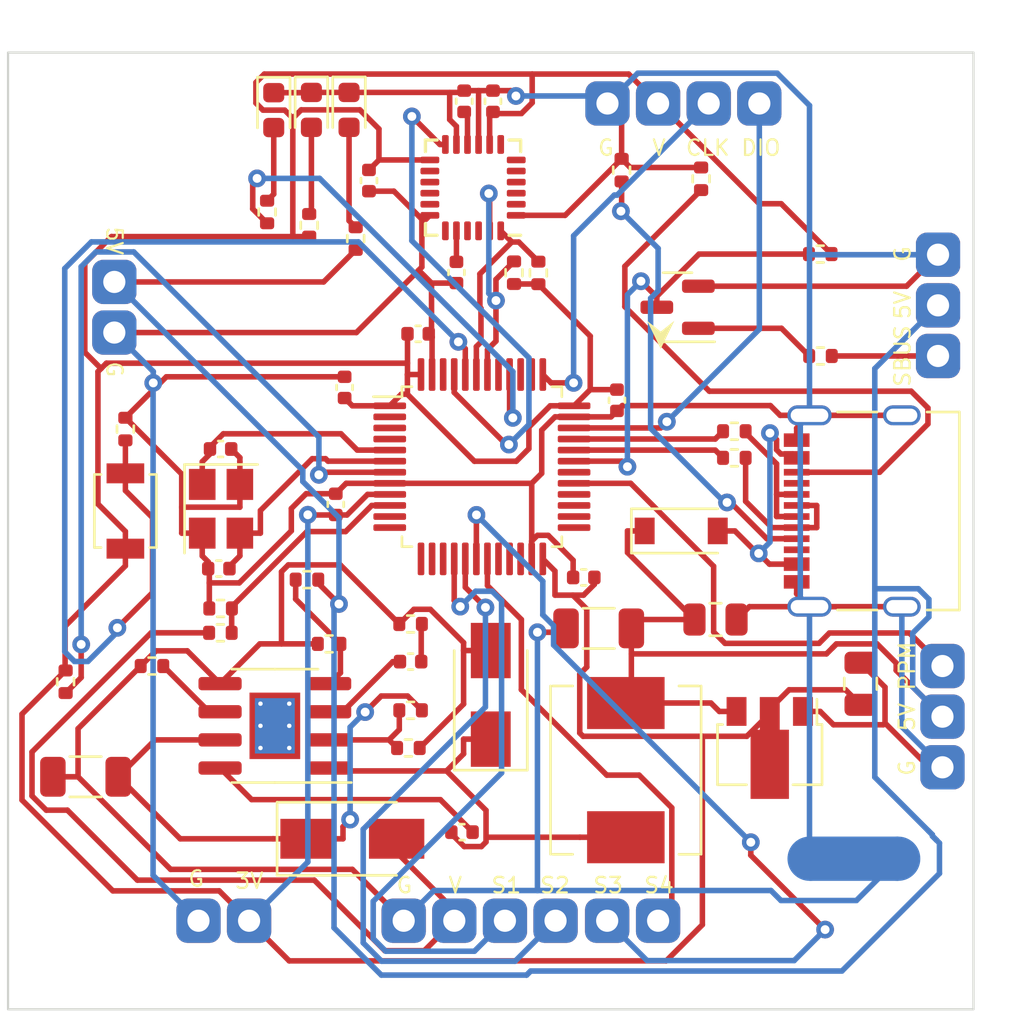
<source format=kicad_pcb>
(kicad_pcb (version 20241229) (generator "pcbnew") (generator_version "9.0")
  (layers (0 "F.Cu" signal) (2 "B.Cu" signal) (13 "F.Paste" user) (15 "B.Paste" user) (5 "F.SilkS" user "F.Silkscreen") (7 "B.SilkS" user "B.Silkscreen") (1 "F.Mask" user) (3 "B.Mask" user) (25 "Edge.Cuts" user))
  (net 0 "")
  (net 1 "+3V3")
  (net 2 "GND")
  (net 3 "/HSE_IN")
  (net 4 "/HSE_OUT")
  (net 5 "/REGOUT")
  (net 6 "/CPOUT")
  (net 7 "/VIN")
  (net 8 "GNDPWR")
  (net 9 "Net-(C13-Pad1)")
  (net 10 "/COMP")
  (net 11 "/BST")
  (net 12 "/SW")
  (net 13 "+5V")
  (net 14 "/VBAT")
  (net 15 "Net-(D3-A)")
  (net 16 "Net-(D4-A)")
  (net 17 "Net-(D5-A)")
  (net 18 "/SBUS")
  (net 19 "/D-")
  (net 20 "/D+")
  (net 22 "Net-(J2-CC1)")
  (net 23 "Net-(J2-CC2)")
  (net 25 "VBUS")
  (net 26 "/PPM")
  (net 27 "/TIM3_S1")
  (net 28 "/TIM3_S2")
  (net 29 "/TIM3_S3")
  (net 30 "/TIM3_S4")
  (net 31 "Net-(Q1-B)")
  (net 32 "/UART1_RX")
  (net 33 "/BOOT")
  (net 34 "/NRST")
  (net 35 "/IMU_SDA")
  (net 36 "/IMU_SCL")
  (net 37 "/USB_DN")
  (net 38 "/USB_DP")
  (net 39 "/EN")
  (net 40 "/FREQ")
  (net 41 "/FB")
  (net 42 "/LED_STATUS")
  (net 43 "/VoltageMeter")
  (net 59 "/UART1_TX")
  (net 60 "/SWCLK")
  (net 61 "/SWDIO")
  (net 65 "/IMU_INT")
  (footprint "myCustomLibs:pad_01x04" (layer "F.Cu") (at 143.271 78.8 -90)
    (property "Reference" "J7")
    (property "Value" "Conn_01x04")
  )
  (footprint "Button_Switch_SMD:SW_SPST_B3U-1000P" (layer "F.Cu") (at 121.5 97.2 -90)
    (property "Reference" "SW1")
    (property "Value" "SW_Push")
  )
  (footprint "myCustomLibs:pad_01x03" (layer "F.Cu") (at 158.4 107.883)
    (property "Reference" "J3")
    (property "Value" "PPM")
  )
  (footprint "Capacitor_SMD:C_0402_1005Metric" (layer "F.Cu") (at 142.2 100.2 180)
    (property "Reference" "C3")
    (property "Value" "100nF")
  )
  (footprint "myCustomLibs:pad_01x06" (layer "F.Cu") (at 137.458 115.7 -90)
    (property "Reference" "J4")
    (property "Value" "OUT")
  )
  (footprint "LED_SMD:LED_0603_1608Metric" (layer "F.Cu") (at 128.2 79.1 -90)
    (property "Reference" "D3")
    (property "Value" "LEDR")
  )
  (footprint "Capacitor_SMD:C_0402_1005Metric" (layer "F.Cu") (at 143.7 92.2 -90)
    (property "Reference" "C4")
    (property "Value" "100nF")
  )
  (footprint "Resistor_SMD:R_0402_1005Metric" (layer "F.Cu") (at 129.8 84.3 -90)
    (property "Reference" "R16")
    (property "Value" "330R")
  )
  (footprint "Connector_USB:USB_C_Receptacle_Palconn_UTC16-G" (layer "F.Cu") (at 154.325 97.2 90)
    (property "Reference" "J2")
    (property "Value" "USB_C_Receptacle_USB2.0")
  )
  (footprint "SFA_LOGO:Arrow" (layer "F.Cu") (at 145.7 89.3 -90)
    (property "Reference" "G***" (hide yes))
    (property "Value" "LOGO" (hide yes))
  )
  (footprint "Capacitor_SMD:C_0805_2012Metric" (layer "F.Cu") (at 154.7 105 90)
    (property "Reference" "C17")
    (property "Value" "10uF")
  )
  (footprint "Package_TO_SOT_SMD:SOT-23" (layer "F.Cu") (at 146.4375 88 180)
    (property "Reference" "Q1")
    (property "Value" "1P")
  )
  (footprint "LED_SMD:LED_0603_1608Metric" (layer "F.Cu") (at 131.6 79.0875 -90)
    (property "Reference" "D5")
    (property "Value" "LEDR")
  )
  (footprint "Resistor_SMD:R_0402_1005Metric" (layer "F.Cu") (at 152.88 85.6 180)
    (property "Reference" "R6")
    (property "Value" "4k7")
  )
  (footprint "Resistor_SMD:R_0402_1005Metric" (layer "F.Cu") (at 130.7 103.2)
    (property "Reference" "R14")
    (property "Value" "39k")
  )
  (footprint "Resistor_SMD:R_0402_1005Metric" (layer "F.Cu") (at 134.38 106.2)
    (property "Reference" "R9")
    (property "Value" "100k")
  )
  (footprint "Resistor_SMD:R_0402_1005Metric" (layer "F.Cu") (at 134.28 107.9 180)
    (property "Reference" "R10")
    (property "Value" "24k")
  )
  (footprint "Resistor_SMD:R_0402_1005Metric" (layer "F.Cu") (at 118.8 104.91 90)
    (property "Reference" "R2")
    (property "Value" "10k")
  )
  (footprint "Capacitor_SMD:C_0402_1005Metric" (layer "F.Cu") (at 138.1 78.7 -90)
    (property "Reference" "C8")
    (property "Value" "10nF")
  )
  (footprint "Capacitor_SMD:C_0402_1005Metric" (layer "F.Cu") (at 136.45 86.43 -90)
    (property "Reference" "C11")
    (property "Value" "2.2nF")
  )
  (footprint "Capacitor_SMD:C_0402_1005Metric" (layer "F.Cu") (at 136.7 111.7 180)
    (property "Reference" "C14")
    (property "Value" "100nF")
  )
  (footprint "LED_SMD:LED_0603_1608Metric" (layer "F.Cu") (at 129.9 79.0875 -90)
    (property "Reference" "D4")
    (property "Value" "LEDB")
  )
  (footprint "Resistor_SMD:R_0402_1005Metric" (layer "F.Cu") (at 122.7 104.2)
    (property "Reference" "R11")
    (property "Value" "100k")
  )
  (footprint "Resistor_SMD:R_0402_1005Metric" (layer "F.Cu") (at 147.5 82.2 90)
    (property "Reference" "R21" (hide yes))
    (property "Value" "5.1k" (hide yes))
  )
  (footprint "Resistor_SMD:R_0402_1005Metric" (layer "F.Cu") (at 139.05 86.44 90)
    (property "Reference" "R4")
    (property "Value" "4k7")
  )
  (footprint "Resistor_SMD:R_0402_1005Metric" (layer "F.Cu") (at 125.8 101.6)
    (property "Reference" "R19")
    (property "Value" "12k")
  )
  (footprint "Resistor_SMD:R_0402_1005Metric" (layer "F.Cu") (at 125.79 102.7 180)
    (property "Reference" "R18")
    (property "Value" "100k")
  )
  (footprint "Capacitor_SMD:C_0402_1005Metric" (layer "F.Cu") (at 132.5 82.28 -90)
    (property "Reference" "C10")
    (property "Value" "100nF")
  )
  (footprint "Capacitor_SMD:C_1206_3216Metric" (layer "F.Cu") (at 119.7 109.2 180)
    (property "Reference" "C12")
    (property "Value" "10uF/50V")
  )
  (footprint "Capacitor_SMD:C_0402_1005Metric" (layer "F.Cu") (at 136.8 78.7 90)
    (property "Reference" "C9")
    (property "Value" "100nF")
  )
  (footprint "Resistor_SMD:R_0402_1005Metric" (layer "F.Cu") (at 152.89 90.2)
    (property "Reference" "R5")
    (property "Value" "4k7")
  )
  (footprint "Capacitor_SMD:C_0402_1005Metric" (layer "F.Cu") (at 125.72 99.8)
    (property "Reference" "C7")
    (property "Value" "20pF")
  )
  (footprint "Resistor_SMD:R_0402_1005Metric" (layer "F.Cu") (at 149 93.6 180)
    (property "Reference" "R8")
    (property "Value" "22R")
  )
  (footprint "myCustomLibs:pad_01x03" (layer "F.Cu") (at 158.2 86.517 180)
    (property "Reference" "J1")
    (property "Value" "SBUS")
  )
  (footprint "Diode_SMD:D_SOD-123" (layer "F.Cu") (at 146.6 98.1)
    (property "Reference" "D6")
    (property "Value" "S7")
  )
  (footprint "Crystal:Crystal_SMD_3225-4Pin_3.2x2.5mm" (layer "F.Cu") (at 125.82 97.1 -90)
    (property "Reference" "Y1")
    (property "Value" "8MHz")
  )
  (footprint "Capacitor_SMD:C_0402_1005Metric" (layer "F.Cu") (at 134.38 104 180)
    (property "Reference" "C13")
    (property "Value" "150pF")
  )
  (footprint "Resistor_SMD:R_0402_1005Metric" (layer "F.Cu") (at 149 94.8 180)
    (property "Reference" "R7")
    (property "Value" "22R")
  )
  (footprint "Package_TO_SOT_SMD:SOT-89-3" (layer "F.Cu") (at 150.6 107.9 -90)
    (property "Reference" "U4")
    (property "Value" "AZ1117-3.3")
  )
  (footprint "Capacitor_SMD:C_0805_2012Metric" (layer "F.Cu") (at 148.15 102.1)
    (property "Reference" "C16")
    (property "Value" "10uF")
  )
  (footprint "Resistor_SMD:R_0402_1005Metric" (layer "F.Cu") (at 140.15 86.45 90)
    (property "Reference" "R3")
    (property "Value" "4k7")
  )
  (footprint "Resistor_SMD:R_0402_1005Metric" (layer "F.Cu") (at 127.9 83.7 -90)
    (property "Reference" "R15")
    (property "Value" "150R")
  )
  (footprint "Capacitor_SMD:C_0402_1005Metric" (layer "F.Cu") (at 131.4 91.62 90)
    (property "Reference" "C5")
    (property "Value" "100nF")
  )
  (footprint "Resistor_SMD:R_0402_1005Metric" (layer "F.Cu") (at 131.9 84.9 -90)
    (property "Reference" "R17")
    (property "Value" "260R")
  )
  (footprint "Capacitor_SMD:C_0402_1005Metric" (layer "F.Cu") (at 125.8 94.4 180)
    (property "Reference" "C6")
    (property "Value" "20pF")
  )
  (footprint "Diode_SMD:D_SMA" (layer "F.Cu") (at 131.75 112)
    (property "Reference" "D1")
    (property "Value" "SS34")
  )
  (footprint "myCustomLibs:pad_01x02" (layer "F.Cu") (at 121 89.143)
    (property "Reference" "J5")
    (property "Value" "Conn_01x02")
  )
  (footprint "Capacitor_SMD:C_1206_3216Metric" (layer "F.Cu") (at 142.875 102.5 180)
    (property "Reference" "C15")
    (property "Value" "22uF/16V")
  )
  (footprint "Capacitor_SMD:C_0402_1005Metric" (layer "F.Cu") (at 134.72 89.2)
    (property "Reference" "C2")
    (property "Value" "100nF")
  )
  (footprint "Diode_SMD:D_SMA" (layer "F.Cu") (at 138 105.5 90)
    (property "Reference" "D2")
    (property "Value" "SS34")
  )
  (footprint "Package_SO:SOIC-8-1EP_3.9x4.9mm_P1.27mm_EP2.29x3mm_ThermalVias" (layer "F.Cu") (at 128.25 106.9 180)
    (property "Reference" "U3")
    (property "Value" "MP1584")
  )
  (footprint "Resistor_SMD:R_0402_1005Metric" (layer "F.Cu") (at 121.5 93.5 -90)
    (property "Reference" "R1")
    (property "Value" "10k")
  )
  (footprint "Package_QFP:LQFP-48_7x7mm_P0.5mm" (layer "F.Cu") (at 137.6 95.2)
    (property "Reference" "U1")
    (property "Value" "STM32F103C8Tx")
  )
  (footprint "Sensor_Motion:InvenSense_QFN-24_4x4mm_P0.5mm" (layer "F.Cu") (at 137.2 82.6 180)
    (property "Reference" "U2")
    (property "Value" "MPU-6050")
  )
  (footprint "Resistor_SMD:R_0402_1005Metric" (layer "F.Cu") (at 134.38 102.3)
    (property "Reference" "R12")
    (property "Value" "100k")
  )
  (footprint "Resistor_SMD:R_0402_1005Metric" (layer "F.Cu") (at 129.7 100.3)
    (property "Reference" "R13")
    (property "Value" "200k")
  )
  (footprint "Resistor_SMD:R_0402_1005Metric" (layer "F.Cu") (at 143.91 81.81 90)
    (property "Reference" "R20" (hide yes))
    (property "Value" "5.1k" (hide yes))
  )
  (footprint "myCustomLibs:pad_01x02" (layer "F.Cu") (at 124.8 115.7 -90)
    (property "Reference" "J6")
    (property "Value" "Conn_01x02")
  )
  (footprint "Inductor_SMD:L_Neosid_SM-PIC0602H" (layer "F.Cu") (at 144.1 108.9 90)
    (property "Reference" "L1")
    (property "Value" "15uH/3A")
  )
  (footprint "Capacitor_SMD:C_0402_1005Metric" (layer "F.Cu") (at 131 96.9 90)
    (property "Reference" "C1")
    (property "Value" "100nF")
  )
  (footprint "NetTie:NetTie-2_SMD_Pad2.0mm" (layer "B.Cu") (at 154.4 112.9 180)
    (property "Reference" "NT1")
    (property "Value" "NetTie_2")
  )
  (gr_rect (start 116.2 76.5) (end 159.8 119.7) (stroke (width 0.1)) (fill no) (layer "Edge.Cuts"))
  (gr_text "PPM" (at 156.8 104.2 90) (layer "F.SilkS") (effects (font (size 0.7 0.7) (thickness 0.1))))
  (gr_text "G" (at 134.1 114.1 0) (layer "F.SilkS") (effects (font (size 0.7 0.7) (thickness 0.1))))
  (gr_text "G" (at 121 90.8 270) (layer "F.SilkS") (effects (font (size 0.7 0.7) (thickness 0.1))))
  (gr_text "S4\n" (at 145.6 114.1 0) (layer "F.SilkS") (effects (font (size 0.7 0.7) (thickness 0.1))))
  (gr_text "G" (at 143.2 80.8 0) (layer "F.SilkS") (effects (font (size 0.7 0.7) (thickness 0.1))))
  (gr_text "V" (at 145.6 80.8 0) (layer "F.SilkS") (effects (font (size 0.7 0.7) (thickness 0.1))))
  (gr_text "5V" (at 156.6 87.9 90) (layer "F.SilkS") (effects (font (size 0.7 0.7) (thickness 0.1))))
  (gr_text "DIO" (at 150.2 80.8 0) (layer "F.SilkS") (effects (font (size 0.7 0.7) (thickness 0.1))))
  (gr_text "G" (at 156.8 108.8 90) (layer "F.SilkS") (effects (font (size 0.7 0.7) (thickness 0.1))))
  (gr_text "S3\n" (at 143.3 114.1 0) (layer "F.SilkS") (effects (font (size 0.7 0.7) (thickness 0.1))))
  (gr_text "V" (at 136.4 114.1 0) (layer "F.SilkS") (effects (font (size 0.7 0.7) (thickness 0.1))))
  (gr_text "S2" (at 140.9 114.1 0) (layer "F.SilkS") (effects (font (size 0.7 0.7) (thickness 0.1))))
  (gr_text "CLK" (at 147.8 80.8 0) (layer "F.SilkS") (effects (font (size 0.7 0.7) (thickness 0.1))))
  (gr_text "S1" (at 138.7 114.1 0) (layer "F.SilkS") (effects (font (size 0.7 0.7) (thickness 0.1))))
  (gr_text "5V" (at 156.8 106.5 90) (layer "F.SilkS") (effects (font (size 0.7 0.7) (thickness 0.1))))
  (gr_text "SBUS" (at 156.6 90.2 90) (layer "F.SilkS") (effects (font (size 0.7 0.7) (thickness 0.1))))
  (gr_text "G" (at 156.6 85.6 90) (layer "F.SilkS") (effects (font (size 0.7 0.7) (thickness 0.1))))
  (gr_text "5V" (at 121 85 270) (layer "F.SilkS") (effects (font (size 0.7 0.7) (thickness 0.1))))
  (gr_text "3V" (at 127.1 113.9 0) (layer "F.SilkS") (effects (font (size 0.7 0.7) (thickness 0.1))))
  (gr_text "G" (at 124.7 113.8 0) (layer "F.SilkS") (effects (font (size 0.7 0.7) (thickness 0.1))))
  (segment (start 131.5083 97.38) (end 132.4383 96.45) (width 0.25) (layer "F.Cu") (net 1))
  (segment (start 139.8708 77.471) (end 127.7753 77.471) (width 0.25) (layer "F.Cu") (net 1))
  (segment (start 121.5 98.9) (end 121.5 99.6767) (width 0.25) (layer "F.Cu") (net 1))
  (segment (start 141.7625 92.45) (end 142.4925 91.72) (width 0.25) (layer "F.Cu") (net 1))
  (segment (start 128.6942 79.1) (end 129.0603 79.4661) (width 0.25) (layer "F.Cu") (net 1))
  (segment (start 138.1 79.18) (end 138.1 79.255) (width 0.25) (layer "F.Cu") (net 1))
  (segment (start 140.9 101) (end 141.7065 101) (width 0.25) (layer "F.Cu") (net 1))
  (segment (start 129.4389 79.0875) (end 132.0892 79.0875) (width 0.25) (layer "F.Cu") (net 1))
  (segment (start 134.2355 91.9274) (end 134.2355 91.042) (width 0.25) (layer "F.Cu") (net 1))
  (segment (start 139.1528 94.9533) (end 139.7224 94.3837) (width 0.25) (layer "F.Cu") (net 1))
  (segment (start 137.2614 94.9533) (end 139.1528 94.9533) (width 0.25) (layer "F.Cu") (net 1))
  (segment (start 150.1236 83.3259) (end 145.5977 78.8) (width 0.25) (layer "F.Cu") (net 1))
  (segment (start 145.557 78.8) (end 144.228 77.471) (width 0.25) (layer "F.Cu") (net 1))
  (segment (start 142.0192 107.2239) (end 142.167 107.3717) (width 0.25) (layer "F.Cu") (net 1))
  (segment (start 144.228 77.471) (end 139.8708 77.471) (width 0.25) (layer "F.Cu") (net 1))
  (segment (start 127.086 115.7) (end 128.8973 117.5113) (width 0.25) (layer "F.Cu") (net 1))
  (segment (start 134.24 91.0375) (end 134.24 90.5261) (width 0.25) (layer "F.Cu") (net 1))
  (segment (start 151.4703 105.2733) (end 150.6 106.1436) (width 0.25) (layer "F.Cu") (net 1))
  (segment (start 142.4925 89.3025) (end 140.15 86.96) (width 0.25) (layer "F.Cu") (net 1))
  (segment (start 116.8312 106.3688) (end 116.8312 110.2507) (width 0.25) (layer "F.Cu") (net 1))
  (segment (start 131.4 92.1) (end 131.75 92.45) (width 0.25) (layer "F.Cu") (net 1))
  (segment (start 127.7753 77.471) (end 127.3937 77.8526) (width 0.25) (layer "F.Cu") (net 1))
  (segment (start 132.0892 79.0875) (end 132.95 79.9483) (width 0.25) (layer "F.Cu") (net 1))
  (segment (start 129.0603 84.81) (end 129.0603 79.4661) (width 0.25) (layer "F.Cu") (net 1))
  (segment (start 140.6847 92.45) (end 141.7625 92.45) (width 0.25) (layer "F.Cu") (net 1))
  (segment (start 131.75 92.45) (end 133.4375 92.45) (width 0.25) (layer "F.Cu") (net 1))
  (segment (start 142.167 107.3717) (end 147.5569 107.3717) (width 0.25) (layer "F.Cu") (net 1))
  (segment (start 131 97.38) (end 131.5083 97.38) (width 0.25) (layer "F.Cu") (net 1))
  (segment (start 139.8708 78.7678) (end 139.8708 77.471) (width 0.25) (layer "F.Cu") (net 1))
  (segment (start 140.35 99.3625) (end 140.9 99.9125) (width 0.25) (layer "F.Cu") (net 1))
  (segment (start 129.0603 84.81) (end 120.8709 84.81) (width 0.25) (layer "F.Cu") (net 1))
  (segment (start 132.95 79.9483) (end 132.95 81.35) (width 0.25) (layer "F.Cu") (net 1))
  (segment (start 134.24 90.5261) (end 120.6414 90.5261) (width 0.25) (layer "F.Cu") (net 1))
  (segment (start 154.7 105.95) (end 154.0233 105.2733) (width 0.25) (layer "F.Cu") (net 1))
  (segment (start 132.4383 96.45) (end 133.4375 96.45) (width 0.25) (layer "F.Cu") (net 1))
  (segment (start 134.2355 91.042) (end 134.24 91.0375) (width 0.25) (layer "F.Cu") (net 1))
  (segment (start 127.3937 77.8526) (end 127.3937 78.7801) (width 0.25) (layer "F.Cu") (net 1))
  (segment (start 139.3836 79.255) (end 139.8708 78.7678) (width 0.25) (layer "F.Cu") (net 1))
  (segment (start 127.3937 78.7801) (end 127.7136 79.1) (width 0.25) (layer "F.Cu") (net 1))
  (segment (start 140.14 86.95) (end 140.15 86.96) (width 0.25) (layer "F.Cu") (net 1))
  (segment (start 135.25 81.35) (end 132.95 81.35) (width 0.25) (layer "F.Cu") (net 1))
  (segment (start 129.0603 79.4661) (end 129.4389 79.0875) (width 0.25) (layer "F.Cu") (net 1))
  (segment (start 142.189999 101) (end 141.7065 101) (width 0.25) (layer "F.Cu") (net 1))
  (segment (start 128.8973 117.5113) (end 145.9264 117.5113) (width 0.25) (layer "F.Cu") (net 1))
  (segment (start 138.1 79.255) (end 139.3836 79.255) (width 0.25) (layer "F.Cu") (net 1))
  (segment (start 142.4925 91.72) (end 142.4925 89.3025) (width 0.25) (layer "F.Cu") (net 1))
  (segment (start 150.6 106.1436) (end 150.6 106.3375) (width 0.25) (layer "F.Cu") (net 1))
  (segment (start 139.7224 93.4123) (end 140.6847 92.45) (width 0.25) (layer "F.Cu") (net 1))
  (segment (start 127.7136 79.1) (end 128.6942 79.1) (width 0.25) (layer "F.Cu") (net 1))
  (segment (start 131 97.38) (end 129.7493 97.38) (width 0.25) (layer "F.Cu") (net 1))
  (segment (start 151.1159 83.3259) (end 150.1236 83.3259) (width 0.25) (layer "F.Cu") (net 1))
  (segment (start 134.24 90.5261) (end 134.24 89.2) (width 0.25) (layer "F.Cu") (net 1))
  (segment (start 132.95 81.35) (end 132.5 81.8) (width 0.25) (layer "F.Cu") (net 1))
  (segment (start 147.5569 115.8808) (end 147.5569 107.3717) (width 0.25) (layer "F.Cu") (net 1))
  (segment (start 120.4003 90.7672) (end 120.2601 90.9074) (width 0.25) (layer "F.Cu") (net 1))
  (segment (start 134.2355 91.9274) (end 137.2614 94.9533) (width 0.25) (layer "F.Cu") (net 1))
  (segment (start 141.7065 101) (end 142.3358 101.6293) (width 0.25) (layer "F.Cu") (net 1))
  (segment (start 142.0192 104.5637) (end 142.0192 107.2239) (width 0.25) (layer "F.Cu") (net 1))
  (segment (start 140.9 99.9125) (end 140.9 101) (width 0.25) (layer "F.Cu") (net 1))
  (segment (start 118.7768 104.3768) (end 118.8 104.4) (width 0.25) (layer "F.Cu") (net 1))
  (segment (start 120.8709 84.81) (end 119.666 86.0149) (width 0.25) (layer "F.Cu") (net 1))
  (segment (start 142.68 100.2) (end 142.68 100.509999) (width 0.25) (layer "F.Cu") (net 1))
  (segment (start 125.7372 114.3512) (end 127.086 115.7) (width 0.25) (layer "F.Cu") (net 1))
  (segment (start 142.4925 91.72) (end 143.7 91.72) (width 0.25) (layer "F.Cu") (net 1))
  (segment (start 118.7768 102.3999) (end 118.7768 104.3768) (width 0.25) (layer "F.Cu") (net 1))
  (segment (start 137.95 79.405) (end 137.95 80.65) (width 0.25) (layer "F.Cu") (net 1))
  (segment (start 134.24 91.0375) (end 134.85 91.0375) (width 0.25) (layer "F.Cu") (net 1))
  (segment (start 139.05 86.95) (end 140.14 86.95) (width 0.25) (layer "F.Cu") (net 1))
  (segment (start 129.7493 97.38) (end 129.7392 97.3699) (width 0.25) (layer "F.Cu") (net 1))
  (segment (start 142.3358 101.6293) (end 142.3358 104.2471) (width 0.25) (layer "F.Cu") (net 1))
  (segment (start 139.7224 94.3837) (end 139.7224 93.4123) (width 0.25) (layer "F.Cu") (net 1))
  (segment (start 119.666 90.0329) (end 120.4003 90.7672) (width 0.25) (layer "F.Cu") (net 1))
  (segment (start 142.3358 104.2471) (end 142.0192 104.5637) (width 0.25) (layer "F.Cu") (net 1))
  (segment (start 129.8 84.81) (end 129.0603 84.81) (width 0.25) (layer "F.Cu") (net 1))
  (segment (start 120.9317 114.3512) (end 125.7372 114.3512) (width 0.25) (layer "F.Cu") (net 1))
  (segment (start 116.8312 110.2507) (end 120.9317 114.3512) (width 0.25) (layer "F.Cu") (net 1))
  (segment (start 119.666 86.0149) (end 119.666 90.0329) (width 0.25) (layer "F.Cu") (net 1))
  (segment (start 133.4375 92.45) (end 133.9601 91.9274) (width 0.25) (layer "F.Cu") (net 1))
  (segment (start 153.39 85.6) (end 151.1159 83.3259) (width 0.25) (layer "F.Cu") (net 1))
  (segment (start 133.9601 91.9274) (end 134.2355 91.9274) (width 0.25) (layer "F.Cu") (net 1))
  (segment (start 145.5977 78.8) (end 145.557 78.8) (width 0.25) (layer "F.Cu") (net 1))
  (segment (start 147.5569 107.3717) (end 149.5658 107.3717) (width 0.25) (layer "F.Cu") (net 1))
  (segment (start 138.1 79.255) (end 137.95 79.405) (width 0.25) (layer "F.Cu") (net 1))
  (segment (start 145.9264 117.5113) (end 147.5569 115.8808) (width 0.25) (layer "F.Cu") (net 1))
  (segment (start 118.8 104.4) (end 116.8312 106.3688) (width 0.25) (layer "F.Cu") (net 1))
  (segment (start 121.5 98.9) (end 121.5 98.1233) (width 0.25) (layer "F.Cu") (net 1))
  (segment (start 154.0233 105.2733) (end 151.4703 105.2733) (width 0.25) (layer "F.Cu") (net 1))
  (segment (start 149.5658 107.3717) (end 150.6 106.3375) (width 0.25) (layer "F.Cu") (net 1))
  (segment (start 120.2601 90.9074) (end 120.2601 96.8834) (width 0.25) (layer "F.Cu") (net 1))
  (segment (start 120.6414 90.5261) (end 120.4003 90.7672) (width 0.25) (layer "F.Cu") (net 1))
  (segment (start 120.2601 96.8834) (end 121.5 98.1233) (width 0.25) (layer "F.Cu") (net 1))
  (segment (start 142.68 100.509999) (end 142.189999 101) (width 0.25) (layer "F.Cu") (net 1))
  (segment (start 121.5 99.6767) (end 118.7768 102.3999) (width 0.25) (layer "F.Cu") (net 1))
  (via (at 129.7392 97.3699) (size 0.8) (drill 0.4) (layers "F.Cu" "B.Cu") (net 1))
  (segment (start 129.7392 113.0468) (end 129.7392 97.3699) (width 0.25) (layer "B.Cu") (net 1))
  (segment (start 127.086 115.7) (end 129.7392 113.0468) (width 0.25) (layer "B.Cu") (net 1))
  (segment (start 143.271 78.8) (end 143.91 79.439) (width 0.25) (layer "F.Cu") (net 2))
  (segment (start 140.593178 98.299) (end 140.106822 98.299) (width 0.25) (layer "F.Cu") (net 2))
  (segment (start 140.3017 93.5488) (end 140.9005 92.95) (width 0.25) (layer "F.Cu") (net 2))
  (segment (start 131 96.42) (end 131.47 95.95) (width 0.25) (layer "F.Cu") (net 2))
  (segment (start 129.8875 78.3125) (end 128.2 78.3125) (width 0.25) (layer "F.Cu") (net 2))
  (segment (start 154.7 104.05) (end 155.8055 105.1555) (width 0.25) (layer "F.Cu") (net 2))
  (segment (start 131.6 78.3) (end 136.1449 78.3) (width 0.25) (layer "F.Cu") (net 2))
  (segment (start 136.45 80.65) (end 136.45 79.8329) (width 0.25) (layer "F.Cu") (net 2))
  (segment (start 125.29 101.6) (end 125.29 100.4456) (width 0.25) (layer "F.Cu") (net 2))
  (segment (start 137.45 78.22) (end 138.1 78.22) (width 0.25) (layer "F.Cu") (net 2))
  (segment (start 137.45 80.65) (end 137.45 78.22) (width 0.25) (layer "F.Cu") (net 2))
  (segment (start 125.29 99.85) (end 125.24 99.8) (width 0.25) (layer "F.Cu") (net 2))
  (segment (start 153.4781 106.8514) (end 152.8767 106.25) (width 0.25) (layer "F.Cu") (net 2))
  (segment (start 141.7625 92.95) (end 143.43 92.95) (width 0.25) (layer "F.Cu") (net 2))
  (segment (start 143.9385 92.4415) (end 143.7 92.68) (width 0.25) (layer "F.Cu") (net 2))
  (segment (start 126.67 95.4866) (end 126.67 96) (width 0.25) (layer "F.Cu") (net 2))
  (segment (start 126.67 97.0267) (end 124.0433 97.0267) (width 0.25) (layer "F.Cu") (net 2))
  (segment (start 136.45 86.91) (end 135.3255 86.91) (width 0.25) (layer "F.Cu") (net 2))
  (segment (start 149.1 102.1) (end 149.68 101.52) (width 0.25) (layer "F.Cu") (net 2))
  (segment (start 125.24 99.4967) (end 124.97 99.2267) (width 0.25) (layer "F.Cu") (net 2))
  (segment (start 135.35 89.35) (end 135.35 91.0375) (width 0.25) (layer "F.Cu") (net 2))
  (segment (start 139.85 99.3625) (end 139.85 95.95) (width 0.25) (layer "F.Cu") (net 2))
  (segment (start 140.3017 95.4983) (end 140.3017 93.5488) (width 0.25) (layer "F.Cu") (net 2))
  (segment (start 131 96.42) (end 129.6615 96.42) (width 0.25) (layer "F.Cu") (net 2))
  (segment (start 124.97 98.2) (end 124.0433 98.2) (width 0.25) (layer "F.Cu") (net 2))
  (segment (start 124.0433 95.5333) (end 121.5 92.99) (width 0.25) (layer "F.Cu") (net 2))
  (segment (start 136.45 79.8329) (end 136.1449 79.5278) (width 0.25) (layer "F.Cu") (net 2))
  (segment (start 122.9161 91.5739) (end 123.35 91.14) (width 0.25) (layer "F.Cu") (net 2))
  (segment (start 136.1449 78.3) (end 136.72 78.3) (width 0.25) (layer "F.Cu") (net 2))
  (segment (start 136.72 78.3) (end 136.8 78.22) (width 0.25) (layer "F.Cu") (net 2))
  (segment (start 122.7585 91.4163) (end 122.9161 91.5739) (width 0.25) (layer "F.Cu") (net 2))
  (segment (start 141.72 99.425822) (end 140.593178 98.299) (width 0.25) (layer "F.Cu") (net 2))
  (segment (start 156.565 92.88) (end 152.395 92.88) (width 0.25) (layer "F.Cu") (net 2))
  (segment (start 151.0683 92.88) (end 150.6298 92.4415) (width 0.25) (layer "F.Cu") (net 2))
  (segment (start 143.91 81.3) (end 141.36 83.85) (width 0.25) (layer "F.Cu") (net 2))
  (segment (start 129.9 78.3) (end 131.6 78.3) (width 0.25) (layer "F.Cu") (net 2))
  (segment (start 139.85 98.555822) (end 139.85 99.3625) (width 0.25) (layer "F.Cu") (net 2))
  (segment (start 144.3 81.69) (end 147.5 81.69) (width 0.25) (layer "F.Cu") (net 2))
  (segment (start 131.47 95.95) (end 133.4375 95.95) (width 0.25) (layer "F.Cu") (net 2))
  (segment (start 156.565 101.52) (end 152.395 101.52) (width 0.25) (layer "F.Cu") (net 2))
  (segment (start 139.85 95.95) (end 140.3017 95.4983) (width 0.25) (layer "F.Cu") (net 2))
  (segment (start 134.7447 86.3292) (end 131.9309 89.143) (width 0.25) (layer "F.Cu") (net 2))
  (segment (start 143.91 81.3) (end 144.3 81.69) (width 0.25) (layer "F.Cu") (net 2))
  (segment (start 126.67 95.4866) (end 126.67 94.9733) (width 0.25) (layer "F.Cu") (net 2))
  (segment (start 134.7447 86.3292) (end 135.3255 86.91) (width 0.25) (layer "F.Cu") (net 2))
  (segment (start 129.9 78.3) (end 129.8875 78.3125) (width 0.25) (layer "F.Cu") (net 2))
  (segment (start 135.3255 86.91) (end 135.3255 89.0745) (width 0.25) (layer "F.Cu") (net 2))
  (segment (start 124.0433 97.0267) (end 124.0433 95.5333) (width 0.25) (layer "F.Cu") (net 2))
  (segment (start 125.24 99.8) (end 125.24 99.4967) (width 0.25) (layer "F.Cu") (net 2))
  (segment (start 150.6298 92.4415) (end 143.9385 92.4415) (width 0.25) (layer "F.Cu") (net 2))
  (segment (start 138.8963 78.22) (end 139.1369 78.4606) (width 0.25) (layer "F.Cu") (net 2))
  (segment (start 133.4375 95.95) (end 139.85 95.95) (width 0.25) (layer "F.Cu") (net 2))
  (segment (start 156.778 87.05) (end 158.2 85.628) (width 0.25) (layer "F.Cu") (net 2))
  (segment (start 135.3255 89.0745) (end 135.2 89.2) (width 0.25) (layer "F.Cu") (net 2))
  (segment (start 149.68 101.52) (end 152.395 101.52) (width 0.25) (layer "F.Cu") (net 2))
  (segment (start 131.9309 89.143) (end 121 89.143) (width 0.25) (layer "F.Cu") (net 2))
  (segment (start 155.7303 106.8514) (end 153.4781 106.8514) (width 0.25) (layer "F.Cu") (net 2))
  (segment (start 151.815 100.4) (end 151.815 100.94) (width 0.25) (layer "F.Cu") (net 2))
  (segment (start 151.815 100.94) (end 152.395 101.52) (width 0.25) (layer "F.Cu") (net 2))
  (segment (start 124.0433 97.0267) (end 124.0433 98.2) (width 0.25) (layer "F.Cu") (net 2))
  (segment (start 126.67 94.79) (end 126.67 94.9733) (width 0.25) (layer "F.Cu") (net 2))
  (segment (start 134.8886 86.1853) (end 134.7447 86.3292) (width 0.25) (layer "F.Cu") (net 2))
  (segment (start 123.35 91.14) (end 131.4 91.14) (width 0.25) (layer "F.Cu") (net 2))
  (segment (start 135.25 83.85) (end 135.0763 84.0237) (width 0.25) (layer "F.Cu") (net 2))
  (segment (start 143.43 92.95) (end 143.7 92.68) (width 0.25) (layer "F.Cu") (net 2))
  (segment (start 121.5 92.99) (end 122.9161 91.5739) (width 0.25) (layer "F.Cu") (net 2))
  (segment (start 143.91 79.439) (end 143.91 81.3) (width 0.25) (layer "F.Cu") (net 2))
  (segment (start 152.395 92.88) (end 151.0683 92.88) (width 0.25) (layer "F.Cu") (net 2))
  (segment (start 152.395 92.88) (end 151.815 93.46) (width 0.25) (layer "F.Cu") (net 2))
  (segment (start 125.29 100.4456) (end 125.29 99.85) (width 0.25) (layer "F.Cu") (net 2))
  (segment (start 147.375 87.05) (end 156.778 87.05) (width 0.25) (layer "F.Cu") (net 2))
  (segment (start 155.8055 106.7762) (end 157.8013 108.772) (width 0.25) (layer "F.Cu") (net 2))
  (segment (start 138.1 78.22) (end 138.8963 78.22) (width 0.25) (layer "F.Cu") (net 2))
  (segment (start 135.2 89.2) (end 135.35 89.35) (width 0.25) (layer "F.Cu") (net 2))
  (segment (start 136.1449 79.5278) (end 136.1449 78.3) (width 0.25) (layer "F.Cu") (net 2))
  (segment (start 141.72 100.2) (end 141.72 99.425822) (width 0.25) (layer "F.Cu") (net 2))
  (segment (start 129.6615 96.42) (end 128.9935 97.088) (width 0.25) (layer "F.Cu") (net 2))
  (segment (start 128.9935 98.0967) (end 126.6446 100.4456) (width 0.25) (layer "F.Cu") (net 2))
  (segment (start 141.36 83.85) (end 139.15 83.85) (width 0.25) (layer "F.Cu") (net 2))
  (segment (start 140.106822 98.299) (end 139.85 98.555822) (width 0.25) (layer "F.Cu") (net 2))
  (segment (start 136.8 78.22) (end 137.45 78.22) (width 0.25) (layer "F.Cu") (net 2))
  (segment (start 128.9935 97.088) (end 128.9935 98.0967) (width 0.25) (layer "F.Cu") (net 2))
  (segment (start 124.97 98.2) (end 124.97 99.2267) (width 0.25) (layer "F.Cu") (net 2))
  (segment (start 151.815 93.46) (end 151.815 94) (width 0.25) (layer "F.Cu") (net 2))
  (segment (start 155.8055 106.7762) (end 155.7303 106.8514) (width 0.25) (layer "F.Cu") (net 2))
  (segment (start 126.6446 100.4456) (end 125.29 100.4456) (width 0.25) (layer "F.Cu") (net 2))
  (segment (start 126.28 94.4) (end 126.67 94.79) (width 0.25) (layer "F.Cu") (net 2))
  (segment (start 133.6249 82.76) (end 132.5 82.76) (width 0.25) (layer "F.Cu") (net 2))
  (segment (start 155.8055 105.1555) (end 155.8055 106.7762) (width 0.25) (layer "F.Cu") (net 2))
  (segment (start 134.8886 84.0237) (end 133.6249 82.76) (width 0.25) (layer "F.Cu") (net 2))
  (segment (start 126.67 96) (end 126.67 97.0267) (width 0.25) (layer "F.Cu") (net 2))
  (segment (start 134.8886 84.0237) (end 134.8886 86.1853) (width 0.25) (layer "F.Cu") (net 2))
  (segment (start 135.0763 84.0237) (end 134.8886 84.0237) (width 0.25) (layer "F.Cu") (net 2))
  (segment (start 152.1 106.25) (end 152.8767 106.25) (width 0.25) (layer "F.Cu") (net 2))
  (segment (start 140.9005 92.95) (end 141.7625 92.95) (width 0.25) (layer "F.Cu") (net 2))
  (segment (start 157.8013 108.772) (end 158.4 108.772) (width 0.25) (layer "F.Cu") (net 2))
  (via (at 122.7585 91.4163) (size 0.8) (drill 0.4) (layers "F.Cu" "B.Cu") (net 2))
  (via (at 139.1369 78.4606) (size 0.8) (drill 0.4) (layers "F.Cu" "B.Cu") (net 2))
  (segment (start 143.271 78.8) (end 144.6394 77.4316) (width 0.25) (layer "B.Cu") (net 2))
  (segment (start 139.1369 78.4606) (end 142.9316 78.4606) (width 0.25) (layer "B.Cu") (net 2))
  (segment (start 122.7511 113.6511) (end 124.8 115.7) (width 0.25) (layer "B.Cu") (net 2))
  (segment (start 156.565 106.937) (end 156.565 101.52) (width 0.25) (layer "B.Cu") (net 2))
  (segment (start 158.4 108.772) (end 156.565 106.937) (width 0.25) (layer "B.Cu") (net 2))
  (segment (start 152.395 85.628) (end 152.395 92.88) (width 0.25) (layer "B.Cu") (net 2))
  (segment (start 158.2 85.628) (end 152.395 85.628) (width 0.25) (layer "B.Cu") (net 2))
  (segment (start 150.9354 77.4316) (end 152.395 78.8912) (width 0.25) (layer "B.Cu") (net 2))
  (segment (start 152.395 78.8912) (end 152.395 85.628) (width 0.25) (layer "B.Cu") (net 2))
  (segment (start 152.395 112.895) (end 152.395 101.52) (width 0.25) (layer "B.Cu") (net 2))
  (segment (start 122.7585 91.4163) (end 122.7511 91.4237) (width 0.25) (layer "B.Cu") (net 2))
  (segment (start 121 89.143) (end 122.7585 90.9015) (width 0.25) (layer "B.Cu") (net 2))
  (segment (start 152.4 112.9) (end 152.395 112.895) (width 0.25) (layer "B.Cu") (net 2))
  (segment (start 122.7585 90.9015) (end 122.7585 91.4163) (width 0.25) (layer "B.Cu") (net 2))
  (segment (start 122.7511 91.4237) (end 122.7511 113.6511) (width 0.25) (layer "B.Cu") (net 2))
  (segment (start 142.9316 78.4606) (end 143.271 78.8) (width 0.25) (layer "B.Cu") (net 2))
  (segment (start 152.395 92.88) (end 151.9789 93.2961) (width 0.25) (layer "B.Cu") (net 2))
  (segment (start 151.9789 93.2961) (end 151.9789 101.1039) (width 0.25) (layer "B.Cu") (net 2))
  (segment (start 151.9789 101.1039) (end 152.395 101.52) (width 0.25) (layer "B.Cu") (net 2))
  (segment (start 144.6394 77.4316) (end 150.9354 77.4316) (width 0.25) (layer "B.Cu") (net 2))
  (segment (start 133.4375 94.45) (end 131.9734 94.45) (width 0.25) (layer "F.Cu") (net 3))
  (segment (start 125.9243 93.7136) (end 125.32 94.3179) (width 0.25) (layer "F.Cu") (net 3))
  (segment (start 124.97 94.9733) (end 125.32 94.6233) (width 0.25) (layer "F.Cu") (net 3))
  (segment (start 131.237 93.7136) (end 125.9243 93.7136) (width 0.25) (layer "F.Cu") (net 3))
  (segment (start 125.32 94.6233) (end 125.32 94.4) (width 0.25) (layer "F.Cu") (net 3))
  (segment (start 131.9734 94.45) (end 131.237 93.7136) (width 0.25) (layer "F.Cu") (net 3))
  (segment (start 125.32 94.3179) (end 125.32 94.4) (width 0.25) (layer "F.Cu") (net 3))
  (segment (start 124.97 96) (end 124.97 94.9733) (width 0.25) (layer "F.Cu") (net 3))
  (segment (start 127.5967 97.1798) (end 127.5967 98.2) (width 0.25) (layer "F.Cu") (net 4))
  (segment (start 126.67 98.2) (end 127.5967 98.2) (width 0.25) (layer "F.Cu") (net 4))
  (segment (start 133.4375 94.95) (end 130.65 94.95) (width 0.25) (layer "F.Cu") (net 4))
  (segment (start 126.67 99.2267) (end 126.2 99.6967) (width 0.25) (layer "F.Cu") (net 4))
  (segment (start 130.5392 94.8392) (end 129.9373 94.8392) (width 0.25) (layer "F.Cu") (net 4))
  (segment (start 126.67 98.2) (end 126.67 99.2267) (width 0.25) (layer "F.Cu") (net 4))
  (segment (start 130.65 94.95) (end 130.5392 94.8392) (width 0.25) (layer "F.Cu") (net 4))
  (segment (start 129.9373 94.8392) (end 127.5967 97.1798) (width 0.25) (layer "F.Cu") (net 4))
  (segment (start 126.2 99.6967) (end 126.2 99.8) (width 0.25) (layer "F.Cu") (net 4))
  (segment (start 136.95 79.33) (end 136.95 80.65) (width 0.25) (layer "F.Cu") (net 5))
  (segment (start 136.8 79.18) (end 136.95 79.33) (width 0.25) (layer "F.Cu") (net 5))
  (segment (start 136.45 85.95) (end 136.45 84.55) (width 0.25) (layer "F.Cu") (net 6))
  (segment (start 131.3267 111.455) (end 131.3267 112) (width 0.25) (layer "F.Cu") (net 7))
  (segment (start 131.6491 111.1326) (end 131.3267 111.455) (width 0.25) (layer "F.Cu") (net 7))
  (segment (start 129.75 112) (end 131.3267 112) (width 0.25) (layer "F.Cu") (net 7))
  (segment (start 129.75 112) (end 128.1733 112) (width 0.25) (layer "F.Cu") (net 7))
  (segment (start 121.175 109.2) (end 122.84 107.535) (width 0.25) (layer "F.Cu") (net 7))
  (segment (start 123.975 112) (end 121.175 109.2) (width 0.25) (layer "F.Cu") (net 7))
  (segment (start 122.84 107.535) (end 125.775 107.535) (width 0.25) (layer "F.Cu") (net 7))
  (segment (start 134.89 106.2) (end 134.2428 105.5528) (width 0.25) (layer "F.Cu") (net 7))
  (segment (start 133.0543 105.5528) (end 132.3285 106.2786) (width 0.25) (layer "F.Cu") (net 7))
  (segment (start 134.2428 105.5528) (end 133.0543 105.5528) (width 0.25) (layer "F.Cu") (net 7))
  (segment (start 128.1733 112) (end 123.975 112) (width 0.25) (layer "F.Cu") (net 7))
  (via (at 132.3285 106.2786) (size 0.8) (drill 0.4) (layers "F.Cu" "B.Cu") (net 7))
  (via (at 131.6491 111.1326) (size 0.8) (drill 0.4) (layers "F.Cu" "B.Cu") (net 7))
  (segment (start 131.6491 106.958) (end 131.6491 111.1326) (width 0.25) (layer "B.Cu") (net 7))
  (segment (start 132.3285 106.2786) (end 131.6491 106.958) (width 0.25) (layer "B.Cu") (net 7))
  (segment (start 134.068 115.7) (end 131.7488 113.3808) (width 0.25) (layer "F.Cu") (net 8))
  (segment (start 128.5493 99.9433) (end 128.5493 103.2) (width 0.25) (layer "F.Cu") (net 8))
  (segment (start 125.775 104.995) (end 127.57 103.2) (width 0.25) (layer "F.Cu") (net 8))
  (segment (start 122.8766 103.5134) (end 124.2934 103.5134) (width 0.25) (layer "F.Cu") (net 8))
  (segment (start 136.7733 105.9167) (end 136.7733 103.5) (width 0.25) (layer "F.Cu") (net 8))
  (segment (start 136.7733 103.5) (end 136.7733 103.1428) (width 0.25) (layer "F.Cu") (net 8))
  (segment (start 131.7488 113.3808) (end 123.5428 113.3808) (width 0.25) (layer "F.Cu") (net 8))
  (segment (start 133.87 102.3) (end 131.2033 99.6333) (width 0.25) (layer "F.Cu") (net 8))
  (segment (start 127.57 103.2) (end 128.5493 103.2) (width 0.25) (layer "F.Cu") (net 8))
  (segment (start 138 103.5) (end 136.7733 103.5) (width 0.25) (layer "F.Cu") (net 8))
  (segment (start 119.362 109.2) (end 118.225 109.2) (width 0.25) (layer "F.Cu") (net 8))
  (segment (start 135.2689 101.6384) (end 134.5316 101.6384) (width 0.25) (layer "F.Cu") (net 8))
  (segment (start 123.5428 113.3808) (end 119.362 109.2) (width 0.25) (layer "F.Cu") (net 8))
  (segment (start 134.79 107.9) (end 136.7733 105.9167) (width 0.25) (layer "F.Cu") (net 8))
  (segment (start 128.8593 99.6333) (end 128.5493 99.9433) (width 0.25) (layer "F.Cu") (net 8))
  (segment (start 124.2934 103.5134) (end 125.775 104.995) (width 0.25) (layer "F.Cu") (net 8))
  (segment (start 122.19 104.2) (end 122.8766 103.5134) (width 0.25) (layer "F.Cu") (net 8))
  (segment (start 131.2033 99.6333) (end 128.8593 99.6333) (width 0.25) (layer "F.Cu") (net 8))
  (segment (start 141.2257 102.6743) (end 141.4 102.5) (width 0.25) (layer "F.Cu") (net 8))
  (segment (start 134.5316 101.6384) (end 133.87 102.3) (width 0.25) (layer "F.Cu") (net 8))
  (segment (start 119.362 109.2) (end 119.362 107.028) (width 0.25) (layer "F.Cu") (net 8))
  (segment (start 128.5493 103.2) (end 130.19 103.2) (width 0.25) (layer "F.Cu") (net 8))
  (segment (start 140.1088 102.6743) (end 141.2257 102.6743) (width 0.25) (layer "F.Cu") (net 8))
  (segment (start 136.7733 103.1428) (end 135.2689 101.6384) (width 0.25) (layer "F.Cu") (net 8))
  (segment (start 119.362 107.028) (end 122.19 104.2) (width 0.25) (layer "F.Cu") (net 8))
  (via (at 140.1088 102.6743) (size 0.8) (drill 0.4) (layers "F.Cu" "B.Cu") (net 8))
  (segment (start 154.5124 114.7876) (end 156.4 112.9) (width 0.25) (layer "B.Cu") (net 8))
  (segment (start 135.4321 114.3359) (end 140.1088 114.3359) (width 0.25) (layer "B.Cu") (net 8))
  (segment (start 140.1088 114.3359) (end 150.656 114.3359) (width 0.25) (layer "B.Cu") (net 8))
  (segment (start 150.656 114.3359) (end 151.1077 114.7876) (width 0.25) (layer "B.Cu") (net 8))
  (segment (start 151.1077 114.7876) (end 154.5124 114.7876) (width 0.25) (layer "B.Cu") (net 8))
  (segment (start 134.068 115.7) (end 135.4321 114.3359) (width 0.25) (layer "B.Cu") (net 8))
  (segment (start 140.1088 114.3359) (end 140.1088 102.6743) (width 0.25) (layer "B.Cu") (net 8))
  (segment (start 134.86 102.33) (end 134.86 104) (width 0.25) (layer "F.Cu") (net 9))
  (segment (start 134.89 102.3) (end 134.86 102.33) (width 0.25) (layer "F.Cu") (net 9))
  (segment (start 133.9 104) (end 133.5795 104) (width 0.25) (layer "F.Cu") (net 10))
  (segment (start 133.5795 104) (end 131.3145 106.265) (width 0.25) (layer "F.Cu") (net 10))
  (segment (start 131.3145 106.265) (end 130.725 106.265) (width 0.25) (layer "F.Cu") (net 10))
  (segment (start 135.7222 110.2312) (end 127.2012 110.2312) (width 0.25) (layer "F.Cu") (net 11))
  (segment (start 137.18 111.689) (end 135.7222 110.2312) (width 0.25) (layer "F.Cu") (net 11))
  (segment (start 127.2012 110.2312) (end 125.775 108.805) (width 0.25) (layer "F.Cu") (net 11))
  (segment (start 137.18 111.7) (end 137.18 111.689) (width 0.25) (layer "F.Cu") (net 11))
  (segment (start 136.0046 108.9355) (end 137.7872 110.7181) (width 0.25) (layer "F.Cu") (net 12))
  (segment (start 130.725 108.805) (end 130.8555 108.9355) (width 0.25) (layer "F.Cu") (net 12))
  (segment (start 137.7872 111.93) (end 142.0233 111.93) (width 0.25) (layer "F.Cu") (net 12))
  (segment (start 136.7733 108.1668) (end 136.7733 107.5) (width 0.25) (layer "F.Cu") (net 12))
  (segment (start 137.7872 110.7181) (end 137.7872 111.93) (width 0.25) (layer "F.Cu") (net 12))
  (segment (start 136.22 111.7707) (end 136.22 111.7) (width 0.25) (layer "F.Cu") (net 12))
  (segment (start 137.7872 111.93) (end 137.7872 112.1406) (width 0.25) (layer "F.Cu") (net 12))
  (segment (start 136.0046 108.9355) (end 136.7733 108.1668) (width 0.25) (layer "F.Cu") (net 12))
  (segment (start 138 107.5) (end 136.7733 107.5) (width 0.25) (layer "F.Cu") (net 12))
  (segment (start 144.1 111.93) (end 142.0233 111.93) (width 0.25) (layer "F.Cu") (net 12))
  (segment (start 137.5768 112.351) (end 136.8003 112.351) (width 0.25) (layer "F.Cu") (net 12))
  (segment (start 136.8003 112.351) (end 136.22 111.7707) (width 0.25) (layer "F.Cu") (net 12))
  (segment (start 137.7872 112.1406) (end 137.5768 112.351) (width 0.25) (layer "F.Cu") (net 12))
  (segment (start 130.8555 108.9355) (end 136.0046 108.9355) (width 0.25) (layer "F.Cu") (net 12))
  (segment (start 131.9 85.41) (end 130.453 86.857) (width 0.25) (layer "F.Cu") (net 13))
  (segment (start 156.31 104.0629) (end 156.31 104.396) (width 0.25) (layer "F.Cu") (net 13))
  (segment (start 144.1733 99.0733) (end 147.2 102.1) (width 0.25) (layer "F.Cu") (net 13))
  (segment (start 147.2 102.1) (end 144.75 102.1) (width 0.25) (layer "F.Cu") (net 13))
  (segment (start 153.1609 103.6512) (end 153.4255 103.3866) (width 0.25) (layer "F.Cu") (net 13))
  (segment (start 144.35 103.6512) (end 153.1609 103.6512) (width 0.25) (layer "F.Cu") (net 13))
  (segment (start 153.6111 103.201) (end 155.4481 103.201) (width 0.25) (layer "F.Cu") (net 13))
  (segment (start 130.453 86.857) (end 121 86.857) (width 0.25) (layer "F.Cu") (net 13))
  (segment (start 144.35 103.6512) (end 144.35 102.5) (width 0.25) (layer "F.Cu") (net 13))
  (segment (start 144.1733 98.1) (end 144.1733 99.0733) (width 0.25) (layer "F.Cu") (net 13))
  (segment (start 147.9433 105.87) (end 148.3233 106.25) (width 0.25) (layer "F.Cu") (net 13))
  (segment (start 144.95 98.1) (end 144.1733 98.1) (width 0.25) (layer "F.Cu") (net 13))
  (segment (start 144.35 105.87) (end 144.35 103.6512) (width 0.25) (layer "F.Cu") (net 13))
  (segment (start 144.35 105.87) (end 147.9433 105.87) (width 0.25) (layer "F.Cu") (net 13))
  (segment (start 155.4481 103.201) (end 156.31 104.0629) (width 0.25) (layer "F.Cu") (net 13))
  (segment (start 153.4255 103.3866) (end 153.6111 103.201) (width 0.25) (layer "F.Cu") (net 13))
  (segment (start 149.1 106.25) (end 148.3233 106.25) (width 0.25) (layer "F.Cu") (net 13))
  (segment (start 153.4255 103.3866) (end 153.6111 103.201) (width 0.25) (layer "F.Cu") (net 13))
  (segment (start 156.31 104.396) (end 158.4 106.486) (width 0.25) (layer "F.Cu") (net 13))
  (segment (start 130.21 100.3) (end 130.21 100.4628) (width 0.25) (layer "F.Cu") (net 13))
  (segment (start 144.75 102.1) (end 144.35 102.5) (width 0.25) (layer "F.Cu") (net 13))
  (segment (start 144.1 105.87) (end 144.35 105.87) (width 0.25) (layer "F.Cu") (net 13))
  (segment (start 130.21 100.4628) (end 131.1455 101.3983) (width 0.25) (layer "F.Cu") (net 13))
  (via (at 131.1455 101.3983) (size 0.8) (drill 0.4) (layers "F.Cu" "B.Cu") (net 13))
  (segment (start 139.6186 118.1546) (end 139.8027 117.9705) (width 0.25) (layer "B.Cu") (net 13))
  (segment (start 121 86.857) (end 129.5115 95.3685) (width 0.25) (layer "B.Cu") (net 13))
  (segment (start 157.9445 111.8736) (end 157.9445 111.8179) (width 0.25) (layer "B.Cu") (net 13))
  (segment (start 158.2639 113.5655) (end 158.2639 112.193) (width 0.25) (layer "B.Cu") (net 13))
  (segment (start 129.5115 95.8668) (end 131.1455 97.5008) (width 0.25) (layer "B.Cu") (net 13))
  (segment (start 139.6186 118.1546) (end 139.8027 117.9705) (width 0.25) (layer "B.Cu") (net 13))
  (segment (start 139.8027 117.9705) (end 153.8589 117.9705) (width 0.25) (layer "B.Cu") (net 13))
  (segment (start 158.4 106.486) (end 157.0554 105.1414) (width 0.25) (layer "B.Cu") (net 13))
  (segment (start 158.1316 112.0607) (end 157.9445 111.8736) (width 0.25) (layer "B.Cu") (net 13))
  (segment (start 155.3434 100.7084) (end 155.3434 90.7706) (width 0.25) (layer "B.Cu") (net 13))
  (segment (start 158.1316 112.0607) (end 157.9445 111.8736) (width 0.25) (layer "B.Cu") (net 13))
  (segment (start 130.9224 116.0182) (end 133.0588 118.1546) (width 0.25) (layer "B.Cu") (net 13))
  (segment (start 157.7574 111.6308) (end 155.3434 109.2168) (width 0.25) (layer "B.Cu") (net 13))
  (segment (start 157.0554 102.7116) (end 157.7863 101.9807) (width 0.25) (layer "B.Cu") (net 13))
  (segment (start 157.3092 100.7084) (end 155.3434 100.7084) (width 0.25) (layer "B.Cu") (net 13))
  (segment (start 155.3434 90.7706) (end 158.2 87.914) (width 0.25) (layer "B.Cu") (net 13))
  (segment (start 155.3434 109.2168) (end 155.3434 100.7084) (width 0.25) (layer "B.Cu") (net 13))
  (segment (start 157.9445 111.8179) (end 157.7574 111.6308) (width 0.25) (layer "B.Cu") (net 13))
  (segment (start 157.9445 111.8179) (end 157.7574 111.6308) (width 0.25) (layer "B.Cu") (net 13))
  (segment (start 157.7863 101.9807) (end 157.7863 101.1855) (width 0.25) (layer "B.Cu") (net 13))
  (segment (start 131.1455 101.3983) (end 130.9224 101.6214) (width 0.25) (layer "B.Cu") (net 13))
  (segment (start 157.0554 105.1414) (end 157.0554 102.7116) (width 0.25) (layer "B.Cu") (net 13))
  (segment (start 133.0588 118.1546) (end 139.6186 118.1546) (width 0.25) (layer "B.Cu") (net 13))
  (segment (start 129.5115 95.3685) (end 129.5115 95.8668) (width 0.25) (layer "B.Cu") (net 13))
  (segment (start 131.1455 97.5008) (end 131.1455 101.3983) (width 0.25) (layer "B.Cu") (net 13))
  (segment (start 157.7863 101.1855) (end 157.3092 100.7084) (width 0.25) (layer "B.Cu") (net 13))
  (segment (start 130.9224 101.6214) (end 130.9224 116.0182) (width 0.25) (layer "B.Cu") (net 13))
  (segment (start 158.2639 112.193) (end 158.1316 112.0607) (width 0.25) (layer "B.Cu") (net 13))
  (segment (start 153.8589 117.9705) (end 158.2639 113.5655) (width 0.25) (layer "B.Cu") (net 13))
  (segment (start 117.2829 108.0784) (end 117.2829 110.0636) (width 0.25) (layer "F.Cu") (net 14))
  (segment (start 122.6613 102.7) (end 117.2829 108.0784) (width 0.25) (layer "F.Cu") (net 14))
  (segment (start 117.9269 110.7076) (end 118.8821 110.7076) (width 0.25) (layer "F.Cu") (net 14))
  (segment (start 136.354 115.2165) (end 136.354 115.7) (width 0.25) (layer "F.Cu") (net 14))
  (segment (start 130.0309 113.8667) (end 133.2185 117.0543) (width 0.25) (layer "F.Cu") (net 14))
  (segment (start 122.0412 113.8667) (end 130.0309 113.8667) (width 0.25) (layer "F.Cu") (net 14))
  (segment (start 134.9997 117.0543) (end 136.354 115.7) (width 0.25) (layer "F.Cu") (net 14))
  (segment (start 125.28 102.7) (end 122.6613 102.7) (width 0.25) (layer "F.Cu") (net 14))
  (segment (start 118.8821 110.7076) (end 122.0412 113.8667) (width 0.25) (layer "F.Cu") (net 14))
  (segment (start 117.2829 110.0636) (end 117.9269 110.7076) (width 0.25) (layer "F.Cu") (net 14))
  (segment (start 133.2185 117.0543) (end 134.9997 117.0543) (width 0.25) (layer "F.Cu") (net 14))
  (segment (start 133.75 112.6125) (end 136.354 115.2165) (width 0.25) (layer "F.Cu") (net 14))
  (segment (start 133.75 112) (end 133.75 112.6125) (width 0.25) (layer "F.Cu") (net 14))
  (segment (start 128.2 82.89) (end 128.2 79.8875) (width 0.25) (layer "F.Cu") (net 15))
  (segment (start 127.9 83.19) (end 128.2 82.89) (width 0.25) (layer "F.Cu") (net 15))
  (segment (start 129.9 79.875) (end 129.9 83.69) (width 0.25) (layer "F.Cu") (net 16))
  (segment (start 129.9 83.69) (end 129.8 83.79) (width 0.25) (layer "F.Cu") (net 16))
  (segment (start 131.6 79.875) (end 131.6 84.09) (width 0.25) (layer "F.Cu") (net 17))
  (segment (start 131.6 84.09) (end 131.9 84.39) (width 0.25) (layer "F.Cu") (net 17))
  (segment (start 158.2 90.2) (end 153.4 90.2) (width 0.25) (layer "F.Cu") (net 18))
  (segment (start 151.815 97.95) (end 150.6975 97.95) (width 0.25) (layer "F.Cu") (net 19))
  (segment (start 150.6975 97.95) (end 149.51 96.7625) (width 0.25) (layer "F.Cu") (net 19))
  (segment (start 152.2684 97.95) (end 152.7217 97.95) (width 0.25) (layer "F.Cu") (net 19))
  (segment (start 152.2684 96.95) (end 152.7217 96.95) (width 0.25) (layer "F.Cu") (net 19))
  (segment (start 149.51 96.7625) (end 149.51 94.8) (width 0.25) (layer "F.Cu") (net 19))
  (segment (start 152.2684 97.95) (end 151.815 97.95) (width 0.25) (layer "F.Cu") (net 19))
  (segment (start 152.7217 96.95) (end 152.7217 97.95) (width 0.25) (layer "F.Cu") (net 19))
  (segment (start 152.2684 96.95) (end 151.815 96.95) (width 0.25) (layer "F.Cu") (net 19))
  (segment (start 150.9083 95.0742) (end 150.9083 96.45) (width 0.25) (layer "F.Cu") (net 20))
  (segment (start 151.815 96.45) (end 150.9083 96.45) (width 0.25) (layer "F.Cu") (net 20))
  (segment (start 150.7212 94.8871) (end 150.9083 95.0742) (width 0.25) (layer "F.Cu") (net 20))
  (segment (start 150.9083 97.45) (end 150.9083 96.45) (width 0.25) (layer "F.Cu") (net 20))
  (segment (start 150.7212 94.8871) (end 150.9083 95.0742) (width 0.25) (layer "F.Cu") (net 20))
  (segment (start 151.815 97.45) (end 150.9083 97.45) (width 0.25) (layer "F.Cu") (net 20))
  (segment (start 149.51 93.6) (end 149.51 93.6759) (width 0.25) (layer "F.Cu") (net 20))
  (segment (start 149.51 93.6759) (end 150.7212 94.8871) (width 0.25) (layer "F.Cu") (net 20))
  (segment (start 148.6701 96.8135) (end 148.8308 96.8135) (width 0.25) (layer "F.Cu") (net 22))
  (segment (start 143.91 83.6318) (end 143.91 82.32) (width 0.25) (layer "F.Cu") (net 22))
  (segment (start 143.8792 83.6626) (end 143.91 83.6318) (width 0.25) (layer "F.Cu") (net 22))
  (segment (start 150.4673 98.45) (end 151.815 98.45) (width 0.25) (layer "F.Cu") (net 22))
  (segment (start 148.8308 96.8135) (end 150.4673 98.45) (width 0.25) (layer "F.Cu") (net 22))
  (via (at 148.6701 96.8135) (size 0.8) (drill 0.4) (layers "F.Cu" "B.Cu") (net 22))
  (via (at 143.8792 83.6626) (size 0.8) (drill 0.4) (layers "F.Cu" "B.Cu") (net 22))
  (segment (start 148.6701 96.8135) (end 148.5649 96.8135) (width 0.25) (layer "B.Cu") (net 22))
  (segment (start 145.5593 87.2555) (end 145.5593 85.3427) (width 0.25) (layer "B.Cu") (net 22))
  (segment (start 145.2187 87.5961) (end 145.5593 87.2555) (width 0.25) (layer "B.Cu") (net 22))
  (segment (start 145.2187 93.4673) (end 145.2187 87.5961) (width 0.25) (layer "B.Cu") (net 22))
  (segment (start 145.5593 85.3427) (end 143.8792 83.6626) (width 0.25) (layer "B.Cu") (net 22))
  (segment (start 148.5649 96.8135) (end 145.2187 93.4673) (width 0.25) (layer "B.Cu") (net 22))
  (segment (start 157.7447 93.268) (end 155.5627 95.45) (width 0.25) (layer "F.Cu") (net 23))
  (segment (start 157.7447 92.5479) (end 157.7447 93.268) (width 0.25) (layer "F.Cu") (net 23))
  (segment (start 155.5627 95.45) (end 151.815 95.45) (width 0.25) (layer "F.Cu") (net 23))
  (segment (start 144.0557 86.1543) (end 144.0557 87.9749) (width 0.25) (layer "F.Cu") (net 23))
  (segment (start 144.0557 87.9749) (end 147.8719 91.7911) (width 0.25) (layer "F.Cu") (net 23))
  (segment (start 156.9879 91.7911) (end 157.7447 92.5479) (width 0.25) (layer "F.Cu") (net 23))
  (segment (start 147.8719 91.7911) (end 156.9879 91.7911) (width 0.25) (layer "F.Cu") (net 23))
  (segment (start 147.5 82.71) (end 144.0557 86.1543) (width 0.25) (layer "F.Cu") (net 23))
  (segment (start 149.0267 98.1) (end 150.041 99.1143) (width 0.25) (layer "F.Cu") (net 25))
  (segment (start 148.25 98.1) (end 149.0267 98.1) (width 0.25) (layer "F.Cu") (net 25))
  (segment (start 151.6417 94.6267) (end 151.815 94.8) (width 0.25) (layer "F.Cu") (net 25))
  (segment (start 150.041 99.1143) (end 150.101 99.1143) (width 0.25) (layer "F.Cu") (net 25))
  (segment (start 150.101 99.1143) (end 150.5867 99.6) (width 0.25) (layer "F.Cu") (net 25))
  (segment (start 150.9083 94.4354) (end 151.0996 94.6267) (width 0.25) (layer "F.Cu") (net 25))
  (segment (start 150.5867 99.6) (end 151.815 99.6) (width 0.25) (layer "F.Cu") (net 25))
  (segment (start 150.9083 93.9822) (end 150.9083 94.4354) (width 0.25) (layer "F.Cu") (net 25))
  (segment (start 151.0996 94.6267) (end 151.6417 94.6267) (width 0.25) (layer "F.Cu") (net 25))
  (segment (start 150.6085 93.6824) (end 150.9083 93.9822) (width 0.25) (layer "F.Cu") (net 25))
  (via (at 150.6085 93.6824) (size 0.8) (drill 0.4) (layers "F.Cu" "B.Cu") (net 25))
  (via (at 150.101 99.1143) (size 0.8) (drill 0.4) (layers "F.Cu" "B.Cu") (net 25))
  (segment (start 150.6085 98.6068) (end 150.6085 93.6824) (width 0.25) (layer "B.Cu") (net 25))
  (segment (start 150.101 99.1143) (end 150.6085 98.6068) (width 0.25) (layer "B.Cu") (net 25))
  (segment (start 141.7625 95.95) (end 144.3188 95.95) (width 0.25) (layer "F.Cu") (net 26))
  (segment (start 153.2939 102.7083) (end 156.9083 102.7083) (width 0.25) (layer "F.Cu") (net 26))
  (segment (start 156.9083 102.7083) (end 158.4 104.2) (width 0.25) (layer "F.Cu") (net 26))
  (segment (start 148.5797 103.1761) (end 152.8261 103.1761) (width 0.25) (layer "F.Cu") (net 26))
  (segment (start 152.8261 103.1761) (end 153.2939 102.7083) (width 0.25) (layer "F.Cu") (net 26))
  (segment (start 148.0657 99.6969) (end 148.0657 102.6621) (width 0.25) (layer "F.Cu") (net 26))
  (segment (start 148.0657 102.6621) (end 148.5797 103.1761) (width 0.25) (layer "F.Cu") (net 26))
  (segment (start 144.3188 95.95) (end 148.0657 99.6969) (width 0.25) (layer "F.Cu") (net 26))
  (segment (start 136.35 101.2447) (end 136.35 99.3625) (width 0.25) (layer "F.Cu") (net 27))
  (segment (start 136.6223 101.517) (end 136.35 101.2447) (width 0.25) (layer "F.Cu") (net 27))
  (via (at 136.6223 101.517) (size 0.8) (drill 0.4) (layers "F.Cu" "B.Cu") (net 27))
  (segment (start 138.4885 101.2467) (end 138.4885 109.0264) (width 0.25) (layer "B.Cu") (net 27))
  (segment (start 133.2585 117.0767) (end 137.2633 117.0767) (width 0.25) (layer "B.Cu") (net 27))
  (segment (start 132.6918 114.8231) (end 132.6918 116.51) (width 0.25) (layer "B.Cu") (net 27))
  (segment (start 137.3168 100.8225) (end 138.0643 100.8225) (width 0.25) (layer "B.Cu") (net 27))
  (segment (start 132.6918 116.51) (end 133.2585 117.0767) (width 0.25) (layer "B.Cu") (net 27))
  (segment (start 136.6223 101.517) (end 137.3168 100.8225) (width 0.25) (layer "B.Cu") (net 27))
  (segment (start 138.4885 109.0264) (end 132.6918 114.8231) (width 0.25) (layer "B.Cu") (net 27))
  (segment (start 138.0643 100.8225) (end 138.4885 101.2467) (width 0.25) (layer "B.Cu") (net 27))
  (segment (start 137.2633 117.0767) (end 138.64 115.7) (width 0.25) (layer "B.Cu") (net 27))
  (segment (start 136.85 100.643) (end 137.7606 101.5536) (width 0.25) (layer "F.Cu") (net 28))
  (segment (start 136.85 99.3625) (end 136.85 100.643) (width 0.25) (layer "F.Cu") (net 28))
  (via (at 137.7606 101.5536) (size 0.8) (drill 0.4) (layers "F.Cu" "B.Cu") (net 28))
  (segment (start 132.2401 116.6971) (end 132.2401 111.5693) (width 0.25) (layer "B.Cu") (net 28))
  (segment (start 132.2401 111.5693) (end 137.7606 106.0488) (width 0.25) (layer "B.Cu") (net 28))
  (segment (start 137.7606 106.0488) (end 137.7606 101.5536) (width 0.25) (layer "B.Cu") (net 28))
  (segment (start 140.926 115.7) (end 139.0976 117.5284) (width 0.25) (layer "B.Cu") (net 28))
  (segment (start 139.0976 117.5284) (end 133.0714 117.5284) (width 0.25) (layer "B.Cu") (net 28))
  (segment (start 133.0714 117.5284) (end 132.2401 116.6971) (width 0.25) (layer "B.Cu") (net 28))
  (segment (start 137.3546 97.3758) (end 137.35 97.3804) (width 0.25) (layer "F.Cu") (net 29))
  (segment (start 153.1 116.1) (end 149.7442 112.7442) (width 0.25) (layer "F.Cu") (net 29))
  (segment (start 137.35 97.3804) (end 137.35 99.3625) (width 0.25) (layer "F.Cu") (net 29))
  (segment (start 149.7442 112.7442) (end 149.7442 112.1558) (width 0.25) (layer "F.Cu") (net 29))
  (via (at 149.7442 112.1558) (size 0.8) (drill 0.4) (layers "F.Cu" "B.Cu") (net 29))
  (via (at 137.3546 97.3758) (size 0.8) (drill 0.4) (layers "F.Cu" "B.Cu") (net 29))
  (via (at 153.1 116.1) (size 0.8) (drill 0.4) (layers "F.Cu" "B.Cu") (net 29))
  (segment (start 145.058 117.5) (end 143.258 115.7) (width 0.25) (layer "B.Cu") (net 29))
  (segment (start 151.7 117.5) (end 145.058 117.5) (width 0.25) (layer "B.Cu") (net 29))
  (segment (start 149.7442 112.1558) (end 140.8355 103.2471) (width 0.25) (layer "B.Cu") (net 29))
  (segment (start 140.3511 101.889) (end 140.3511 100.3723) (width 0.25) (layer "B.Cu") (net 29))
  (segment (start 140.8355 102.3733) (end 140.3512 101.889) (width 0.25) (layer "B.Cu") (net 29))
  (segment (start 140.3512 101.889) (end 140.3511 101.889) (width 0.25) (layer "B.Cu") (net 29))
  (segment (start 140.8355 103.2471) (end 140.8355 102.3733) (width 0.25) (layer "B.Cu") (net 29))
  (segment (start 153.1 116.1) (end 151.7 117.5) (width 0.25) (layer "B.Cu") (net 29))
  (segment (start 140.3511 100.3723) (end 137.3546 97.3758) (width 0.25) (layer "B.Cu") (net 29))
  (segment (start 139.3821 105.269) (end 143.239 109.1259) (width 0.25) (layer "F.Cu") (net 30))
  (segment (start 144.702 109.1259) (end 146.1767 110.6006) (width 0.25) (layer "F.Cu") (net 30))
  (segment (start 139.3821 102.0997) (end 139.3821 105.269) (width 0.25) (layer "F.Cu") (net 30))
  (segment (start 137.85 99.3625) (end 137.85 100.5676) (width 0.25) (layer "F.Cu") (net 30))
  (segment (start 143.239 109.1259) (end 144.702 109.1259) (width 0.25) (layer "F.Cu") (net 30))
  (segment (start 146.1767 115.0813) (end 145.558 115.7) (width 0.25) (layer "F.Cu") (net 30))
  (segment (start 146.1767 110.6006) (end 146.1767 115.0813) (width 0.25) (layer "F.Cu") (net 30))
  (segment (start 137.85 100.5676) (end 139.3821 102.0997) (width 0.25) (layer "F.Cu") (net 30))
  (segment (start 152.38 90.2) (end 151.13 88.95) (width 0.25) (layer "F.Cu") (net 31))
  (segment (start 151.13 88.95) (end 147.375 88.95) (width 0.25) (layer "F.Cu") (net 31))
  (segment (start 143.922 94.95) (end 141.7625 94.95) (width 0.25) (layer "F.Cu") (net 32))
  (segment (start 145.5 87.5048) (end 145.4643 87.5048) (width 0.25) (layer "F.Cu") (net 32))
  (segment (start 145.5 88) (end 145.5 87.5048) (width 0.25) (layer "F.Cu") (net 32))
  (segment (start 144.172 95.2) (end 143.922 94.95) (width 0.25) (layer "F.Cu") (net 32))
  (segment (start 147.4047 85.6001) (end 152.37 85.6001) (width 0.25) (layer "F.Cu") (net 32))
  (segment (start 152.37 85.6001) (end 152.37 85.6) (width 0.25) (layer "F.Cu") (net 32))
  (segment (start 145.5 87.5048) (end 147.4047 85.6001) (width 0.25) (layer "F.Cu") (net 32))
  (segment (start 145.4643 87.5048) (end 144.7836 86.8241) (width 0.25) (layer "F.Cu") (net 32))
  (via (at 144.7836 86.8241) (size 0.8) (drill 0.4) (layers "F.Cu" "B.Cu") (net 32))
  (via (at 144.172 95.2) (size 0.8) (drill 0.4) (layers "F.Cu" "B.Cu") (net 32))
  (segment (start 144.172 87.4357) (end 144.172 95.2) (width 0.25) (layer "B.Cu") (net 32))
  (segment (start 144.7836 86.8241) (end 144.172 87.4357) (width 0.25) (layer "B.Cu") (net 32))
  (segment (start 122.7256 100.8859) (end 121.1379 102.4736) (width 0.25) (layer "F.Cu") (net 33))
  (segment (start 121.5 95.5) (end 121.5 96.2767) (width 0.25) (layer "F.Cu") (net 33))
  (segment (start 136.5375 89.5616) (end 136.85 89.8741) (width 0.25) (layer "F.Cu") (net 33))
  (segment (start 136.85 89.8741) (end 136.85 91.0375) (width 0.25) (layer "F.Cu") (net 33))
  (segment (start 122.7256 97.5023) (end 122.7256 100.8859) (width 0.25) (layer "F.Cu") (net 33))
  (segment (start 121.5 94.01) (end 121.5 95.5) (width 0.25) (layer "F.Cu") (net 33))
  (segment (start 121.5 96.2767) (end 122.7256 97.5023) (width 0.25) (layer "F.Cu") (net 33))
  (via (at 136.5375 89.5616) (size 0.8) (drill 0.4) (layers "F.Cu" "B.Cu") (net 33))
  (via (at 121.1379 102.4736) (size 0.8) (drill 0.4) (layers "F.Cu" "B.Cu") (net 33))
  (segment (start 119.2033 103.9949) (end 118.7612 103.5528) (width 0.25) (layer "B.Cu") (net 33))
  (segment (start 119.963 85.05) (end 132.0259 85.05) (width 0.25) (layer "B.Cu") (net 33))
  (segment (start 119.8038 103.9949) (end 119.2033 103.9949) (width 0.25) (layer "B.Cu") (net 33))
  (segment (start 132.0259 85.05) (end 136.5375 89.5616) (width 0.25) (layer "B.Cu") (net 33))
  (segment (start 118.7612 103.5528) (end 118.7612 86.2518) (width 0.25) (layer "B.Cu") (net 33))
  (segment (start 121.1379 102.4736) (end 121.1379 102.6608) (width 0.25) (layer "B.Cu") (net 33))
  (segment (start 121.1379 102.6608) (end 119.8038 103.9949) (width 0.25) (layer "B.Cu") (net 33))
  (segment (start 118.7612 86.2518) (end 119.963 85.05) (width 0.25) (layer "B.Cu") (net 33))
  (segment (start 130.3541 95.45) (end 133.4375 95.45) (width 0.25) (layer "F.Cu") (net 34))
  (segment (start 130.2382 95.5659) (end 130.3541 95.45) (width 0.25) (layer "F.Cu") (net 34))
  (segment (start 118.8 105.42) (end 119.5035 104.7165) (width 0.25) (layer "F.Cu") (net 34))
  (segment (start 119.5035 104.7165) (end 119.5035 103.2232) (width 0.25) (layer "F.Cu") (net 34))
  (via (at 119.5035 103.2232) (size 0.8) (drill 0.4) (layers "F.Cu" "B.Cu") (net 34))
  (via (at 130.2382 95.5659) (size 0.8) (drill 0.4) (layers "F.Cu" "B.Cu") (net 34))
  (segment (start 119.5035 86.1672) (end 120.1688 85.5019) (width 0.25) (layer "B.Cu") (net 34))
  (segment (start 130.2382 93.8632) (end 130.2382 95.5659) (width 0.25) (layer "B.Cu") (net 34))
  (segment (start 119.5035 103.2232) (end 119.5035 86.1672) (width 0.25) (layer "B.Cu") (net 34))
  (segment (start 120.1688 85.5019) (end 121.8769 85.5019) (width 0.25) (layer "B.Cu") (net 34))
  (segment (start 121.8769 85.5019) (end 130.2382 93.8632) (width 0.25) (layer "B.Cu") (net 34))
  (segment (start 139.2647 85.0547) (end 138.9489 85.0547) (width 0.25) (layer "F.Cu") (net 35))
  (segment (start 137.558 89.5688) (end 137.35 89.7768) (width 0.25) (layer "F.Cu") (net 35))
  (segment (start 140.15 85.94) (end 139.2647 85.0547) (width 0.25) (layer "F.Cu") (net 35))
  (segment (start 137.5093 86.4943) (end 137.5093 87.9994) (width 0.25) (layer "F.Cu") (net 35))
  (segment (start 138.9489 85.0547) (end 137.5093 86.4943) (width 0.25) (layer "F.Cu") (net 35))
  (segment (start 137.5093 87.9994) (end 137.558 88.0481) (width 0.25) (layer "F.Cu") (net 35))
  (segment (start 138.45 84.55) (end 138.9489 85.0489) (width 0.25) (layer "F.Cu") (net 35))
  (segment (start 137.35 89.7768) (end 137.35 91.0375) (width 0.25) (layer "F.Cu") (net 35))
  (segment (start 138.9489 85.0489) (end 138.9489 85.0547) (width 0.25) (layer "F.Cu") (net 35))
  (segment (start 137.558 88.0481) (end 137.558 89.5688) (width 0.25) (layer "F.Cu") (net 35))
  (segment (start 137.95 82.9001) (end 137.95 84.55) (width 0.25) (layer "F.Cu") (net 36))
  (segment (start 138.236 86.744) (end 139.05 85.93) (width 0.25) (layer "F.Cu") (net 36))
  (segment (start 138.236 89.5296) (end 138.236 87.6985) (width 0.25) (layer "F.Cu") (net 36))
  (segment (start 137.9125 82.8626) (end 137.95 82.9001) (width 0.25) (layer "F.Cu") (net 36))
  (segment (start 137.85 89.9156) (end 138.236 89.5296) (width 0.25) (layer "F.Cu") (net 36))
  (segment (start 138.236 87.6985) (end 138.236 86.744) (width 0.25) (layer "F.Cu") (net 36))
  (segment (start 137.85 91.0375) (end 137.85 89.9156) (width 0.25) (layer "F.Cu") (net 36))
  (via (at 138.236 87.6985) (size 0.8) (drill 0.4) (layers "F.Cu" "B.Cu") (net 36))
  (via (at 137.9125 82.8626) (size 0.8) (drill 0.4) (layers "F.Cu" "B.Cu") (net 36))
  (segment (start 137.9125 87.375) (end 137.9125 82.8626) (width 0.25) (layer "B.Cu") (net 36))
  (segment (start 138.236 87.6985) (end 137.9125 87.375) (width 0.25) (layer "B.Cu") (net 36))
  (segment (start 148.49 94.8) (end 148.14 94.45) (width 0.25) (layer "F.Cu") (net 37))
  (segment (start 148.14 94.45) (end 141.7625 94.45) (width 0.25) (layer "F.Cu") (net 37))
  (segment (start 148.49 93.6) (end 148.14 93.95) (width 0.25) (layer "F.Cu") (net 38))
  (segment (start 148.14 93.95) (end 141.7625 93.95) (width 0.25) (layer "F.Cu") (net 38))
  (segment (start 133.405 107.535) (end 133.77 107.9) (width 0.25) (layer "F.Cu") (net 39))
  (segment (start 133.87 106.2) (end 133.87 107.07) (width 0.25) (layer "F.Cu") (net 39))
  (segment (start 133.87 107.07) (end 133.405 107.535) (width 0.25) (layer "F.Cu") (net 39))
  (segment (start 130.725 107.535) (end 133.405 107.535) (width 0.25) (layer "F.Cu") (net 39))
  (segment (start 123.21 104.2) (end 125.275 106.265) (width 0.25) (layer "F.Cu") (net 40))
  (segment (start 125.275 106.265) (end 125.775 106.265) (width 0.25) (layer "F.Cu") (net 40))
  (segment (start 131.21 103.2) (end 129.19 101.18) (width 0.25) (layer "F.Cu") (net 41))
  (segment (start 131.21 104.51) (end 130.725 104.995) (width 0.25) (layer "F.Cu") (net 41))
  (segment (start 129.19 101.18) (end 129.19 100.3) (width 0.25) (layer "F.Cu") (net 41))
  (segment (start 131.21 103.2) (end 131.21 104.51) (width 0.25) (layer "F.Cu") (net 41))
  (segment (start 138.85 92.847) (end 138.85 91.0375) (width 0.25) (layer "F.Cu") (net 42))
  (segment (start 127.2506 83.5606) (end 127.2506 82.3786) (width 0.25) (layer "F.Cu") (net 42))
  (segment (start 138.9972 92.9942) (end 138.85 92.847) (width 0.25) (layer "F.Cu") (net 42))
  (segment (start 127.2506 82.3786) (end 127.4473 82.1819) (width 0.25) (layer "F.Cu") (net 42))
  (segment (start 127.9 84.21) (end 127.2506 83.5606) (width 0.25) (layer "F.Cu") (net 42))
  (via (at 127.4473 82.1819) (size 0.8) (drill 0.4) (layers "F.Cu" "B.Cu") (net 42))
  (via (at 138.9972 92.9942) (size 0.8) (drill 0.4) (layers "F.Cu" "B.Cu") (net 42))
  (segment (start 130.2729 82.1819) (end 138.9972 90.9062) (width 0.25) (layer "B.Cu") (net 42))
  (segment (start 127.4473 82.1819) (end 130.2729 82.1819) (width 0.25) (layer "B.Cu") (net 42))
  (segment (start 138.9972 90.9062) (end 138.9972 92.9942) (width 0.25) (layer "B.Cu") (net 42))
  (segment (start 129.6994 98.1286) (end 126.31 101.518) (width 0.25) (layer "F.Cu") (net 43))
  (segment (start 131.4456 98.1286) (end 129.6994 98.1286) (width 0.25) (layer "F.Cu") (net 43))
  (segment (start 126.31 101.518) (end 126.31 101.6) (width 0.25) (layer "F.Cu") (net 43))
  (segment (start 132.6242 96.95) (end 131.4456 98.1286) (width 0.25) (layer "F.Cu") (net 43))
  (segment (start 126.3 102.7) (end 126.3 101.61) (width 0.25) (layer "F.Cu") (net 43))
  (segment (start 126.3 101.61) (end 126.31 101.6) (width 0.25) (layer "F.Cu") (net 43))
  (segment (start 133.4375 96.95) (end 132.6242 96.95) (width 0.25) (layer "F.Cu") (net 43))
  (segment (start 140.35 91.0375) (end 140.7273 91.4148) (width 0.25) (layer "F.Cu") (net 60))
  (segment (start 140.7273 91.4148) (end 141.742 91.4148) (width 0.25) (layer "F.Cu") (net 60))
  (via (at 141.742 91.4148) (size 0.8) (drill 0.4) (layers "F.Cu" "B.Cu") (net 60))
  (segment (start 143.7071 82.9359) (end 143.5783 82.9359) (width 0.25) (layer "B.Cu") (net 60))
  (segment (start 147.843 78.8) (end 143.7071 82.9359) (width 0.25) (layer "B.Cu") (net 60))
  (segment (start 141.742 84.7722) (end 141.742 91.4148) (width 0.25) (layer "B.Cu") (net 60))
  (segment (start 143.5783 82.9359) (end 141.742 84.7722) (width 0.25) (layer "B.Cu") (net 60))
  (segment (start 145.9524 93.1682) (end 145.6706 93.45) (width 0.25) (layer "F.Cu") (net 61))
  (segment (start 145.6706 93.45) (end 141.7625 93.45) (width 0.25) (layer "F.Cu") (net 61))
  (via (at 145.9524 93.1682) (size 0.8) (drill 0.4) (layers "F.Cu" "B.Cu") (net 61))
  (segment (start 150.129 88.9916) (end 145.9524 93.1682) (width 0.25) (layer "B.Cu") (net 61))
  (segment (start 150.129 78.8) (end 150.129 88.9916) (width 0.25) (layer "B.Cu") (net 61))
  (segment (start 135.95 80.65) (end 135.7024 80.65) (width 0.25) (layer "F.Cu") (net 65))
  (segment (start 138.7001 94.2) (end 138.8191 94.2) (width 0.25) (layer "F.Cu") (net 65))
  (segment (start 136.35 91.0375) (end 136.35 91.8499) (width 0.25) (layer "F.Cu") (net 65))
  (segment (start 136.35 91.8499) (end 138.7001 94.2) (width 0.25) (layer "F.Cu") (net 65))
  (segment (start 135.7024 80.65) (end 134.4374 79.385) (width 0.25) (layer "F.Cu") (net 65))
  (via (at 134.4374 79.385) (size 0.8) (drill 0.4) (layers "F.Cu" "B.Cu") (net 65))
  (via (at 138.8191 94.2) (size 0.8) (drill 0.4) (layers "F.Cu" "B.Cu") (net 65))
  (segment (start 138.8191 94.2) (end 139.7239 93.2952) (width 0.25) (layer "B.Cu") (net 65))
  (segment (start 139.7239 93.2952) (end 139.7239 90.2833) (width 0.25) (layer "B.Cu") (net 65))
  (segment (start 134.4375 79.385) (end 134.4374 79.385) (width 0.25) (layer "B.Cu") (net 65))
  (segment (start 139.7239 90.2833) (end 134.4375 84.9969) (width 0.25) (layer "B.Cu") (net 65))
  (segment (start 134.4375 84.9969) (end 134.4375 79.385) (width 0.25) (layer "B.Cu") (net 65))
)
</source>
